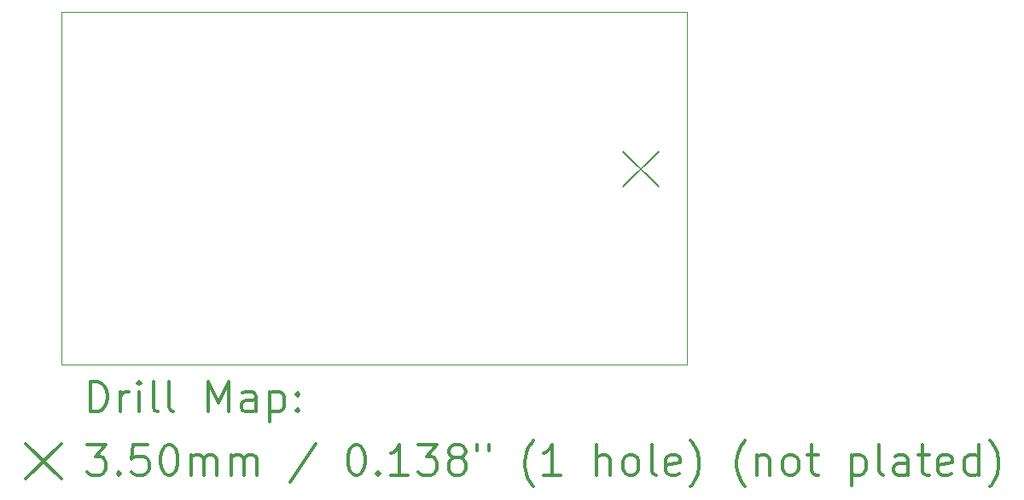
<source format=gbr>
%FSLAX45Y45*%
G04 Gerber Fmt 4.5, Leading zero omitted, Abs format (unit mm)*
G04 Created by KiCad (PCBNEW 5.1.8-db9833491~88~ubuntu18.04.1) date 2020-12-20 18:35:07*
%MOMM*%
%LPD*%
G01*
G04 APERTURE LIST*
%TA.AperFunction,Profile*%
%ADD10C,0.100000*%
%TD*%
%ADD11C,0.200000*%
%ADD12C,0.300000*%
G04 APERTURE END LIST*
D10*
X17400000Y-8600000D02*
X17400000Y-12100000D01*
X11200000Y-8600000D02*
X17400000Y-8600000D01*
X11200000Y-12100000D02*
X11200000Y-8600000D01*
X17400000Y-12100000D02*
X11200000Y-12100000D01*
D11*
X16771640Y-9985000D02*
X17121640Y-10335000D01*
X17121640Y-9985000D02*
X16771640Y-10335000D01*
D12*
X11481428Y-12570714D02*
X11481428Y-12270714D01*
X11552857Y-12270714D01*
X11595714Y-12285000D01*
X11624286Y-12313571D01*
X11638571Y-12342143D01*
X11652857Y-12399286D01*
X11652857Y-12442143D01*
X11638571Y-12499286D01*
X11624286Y-12527857D01*
X11595714Y-12556429D01*
X11552857Y-12570714D01*
X11481428Y-12570714D01*
X11781428Y-12570714D02*
X11781428Y-12370714D01*
X11781428Y-12427857D02*
X11795714Y-12399286D01*
X11810000Y-12385000D01*
X11838571Y-12370714D01*
X11867143Y-12370714D01*
X11967143Y-12570714D02*
X11967143Y-12370714D01*
X11967143Y-12270714D02*
X11952857Y-12285000D01*
X11967143Y-12299286D01*
X11981428Y-12285000D01*
X11967143Y-12270714D01*
X11967143Y-12299286D01*
X12152857Y-12570714D02*
X12124286Y-12556429D01*
X12110000Y-12527857D01*
X12110000Y-12270714D01*
X12310000Y-12570714D02*
X12281428Y-12556429D01*
X12267143Y-12527857D01*
X12267143Y-12270714D01*
X12652857Y-12570714D02*
X12652857Y-12270714D01*
X12752857Y-12485000D01*
X12852857Y-12270714D01*
X12852857Y-12570714D01*
X13124286Y-12570714D02*
X13124286Y-12413571D01*
X13110000Y-12385000D01*
X13081428Y-12370714D01*
X13024286Y-12370714D01*
X12995714Y-12385000D01*
X13124286Y-12556429D02*
X13095714Y-12570714D01*
X13024286Y-12570714D01*
X12995714Y-12556429D01*
X12981428Y-12527857D01*
X12981428Y-12499286D01*
X12995714Y-12470714D01*
X13024286Y-12456429D01*
X13095714Y-12456429D01*
X13124286Y-12442143D01*
X13267143Y-12370714D02*
X13267143Y-12670714D01*
X13267143Y-12385000D02*
X13295714Y-12370714D01*
X13352857Y-12370714D01*
X13381428Y-12385000D01*
X13395714Y-12399286D01*
X13410000Y-12427857D01*
X13410000Y-12513571D01*
X13395714Y-12542143D01*
X13381428Y-12556429D01*
X13352857Y-12570714D01*
X13295714Y-12570714D01*
X13267143Y-12556429D01*
X13538571Y-12542143D02*
X13552857Y-12556429D01*
X13538571Y-12570714D01*
X13524286Y-12556429D01*
X13538571Y-12542143D01*
X13538571Y-12570714D01*
X13538571Y-12385000D02*
X13552857Y-12399286D01*
X13538571Y-12413571D01*
X13524286Y-12399286D01*
X13538571Y-12385000D01*
X13538571Y-12413571D01*
X10845000Y-12890000D02*
X11195000Y-13240000D01*
X11195000Y-12890000D02*
X10845000Y-13240000D01*
X11452857Y-12900714D02*
X11638571Y-12900714D01*
X11538571Y-13015000D01*
X11581428Y-13015000D01*
X11610000Y-13029286D01*
X11624286Y-13043571D01*
X11638571Y-13072143D01*
X11638571Y-13143571D01*
X11624286Y-13172143D01*
X11610000Y-13186429D01*
X11581428Y-13200714D01*
X11495714Y-13200714D01*
X11467143Y-13186429D01*
X11452857Y-13172143D01*
X11767143Y-13172143D02*
X11781428Y-13186429D01*
X11767143Y-13200714D01*
X11752857Y-13186429D01*
X11767143Y-13172143D01*
X11767143Y-13200714D01*
X12052857Y-12900714D02*
X11910000Y-12900714D01*
X11895714Y-13043571D01*
X11910000Y-13029286D01*
X11938571Y-13015000D01*
X12010000Y-13015000D01*
X12038571Y-13029286D01*
X12052857Y-13043571D01*
X12067143Y-13072143D01*
X12067143Y-13143571D01*
X12052857Y-13172143D01*
X12038571Y-13186429D01*
X12010000Y-13200714D01*
X11938571Y-13200714D01*
X11910000Y-13186429D01*
X11895714Y-13172143D01*
X12252857Y-12900714D02*
X12281428Y-12900714D01*
X12310000Y-12915000D01*
X12324286Y-12929286D01*
X12338571Y-12957857D01*
X12352857Y-13015000D01*
X12352857Y-13086429D01*
X12338571Y-13143571D01*
X12324286Y-13172143D01*
X12310000Y-13186429D01*
X12281428Y-13200714D01*
X12252857Y-13200714D01*
X12224286Y-13186429D01*
X12210000Y-13172143D01*
X12195714Y-13143571D01*
X12181428Y-13086429D01*
X12181428Y-13015000D01*
X12195714Y-12957857D01*
X12210000Y-12929286D01*
X12224286Y-12915000D01*
X12252857Y-12900714D01*
X12481428Y-13200714D02*
X12481428Y-13000714D01*
X12481428Y-13029286D02*
X12495714Y-13015000D01*
X12524286Y-13000714D01*
X12567143Y-13000714D01*
X12595714Y-13015000D01*
X12610000Y-13043571D01*
X12610000Y-13200714D01*
X12610000Y-13043571D02*
X12624286Y-13015000D01*
X12652857Y-13000714D01*
X12695714Y-13000714D01*
X12724286Y-13015000D01*
X12738571Y-13043571D01*
X12738571Y-13200714D01*
X12881428Y-13200714D02*
X12881428Y-13000714D01*
X12881428Y-13029286D02*
X12895714Y-13015000D01*
X12924286Y-13000714D01*
X12967143Y-13000714D01*
X12995714Y-13015000D01*
X13010000Y-13043571D01*
X13010000Y-13200714D01*
X13010000Y-13043571D02*
X13024286Y-13015000D01*
X13052857Y-13000714D01*
X13095714Y-13000714D01*
X13124286Y-13015000D01*
X13138571Y-13043571D01*
X13138571Y-13200714D01*
X13724286Y-12886429D02*
X13467143Y-13272143D01*
X14110000Y-12900714D02*
X14138571Y-12900714D01*
X14167143Y-12915000D01*
X14181428Y-12929286D01*
X14195714Y-12957857D01*
X14210000Y-13015000D01*
X14210000Y-13086429D01*
X14195714Y-13143571D01*
X14181428Y-13172143D01*
X14167143Y-13186429D01*
X14138571Y-13200714D01*
X14110000Y-13200714D01*
X14081428Y-13186429D01*
X14067143Y-13172143D01*
X14052857Y-13143571D01*
X14038571Y-13086429D01*
X14038571Y-13015000D01*
X14052857Y-12957857D01*
X14067143Y-12929286D01*
X14081428Y-12915000D01*
X14110000Y-12900714D01*
X14338571Y-13172143D02*
X14352857Y-13186429D01*
X14338571Y-13200714D01*
X14324286Y-13186429D01*
X14338571Y-13172143D01*
X14338571Y-13200714D01*
X14638571Y-13200714D02*
X14467143Y-13200714D01*
X14552857Y-13200714D02*
X14552857Y-12900714D01*
X14524286Y-12943571D01*
X14495714Y-12972143D01*
X14467143Y-12986429D01*
X14738571Y-12900714D02*
X14924286Y-12900714D01*
X14824286Y-13015000D01*
X14867143Y-13015000D01*
X14895714Y-13029286D01*
X14910000Y-13043571D01*
X14924286Y-13072143D01*
X14924286Y-13143571D01*
X14910000Y-13172143D01*
X14895714Y-13186429D01*
X14867143Y-13200714D01*
X14781428Y-13200714D01*
X14752857Y-13186429D01*
X14738571Y-13172143D01*
X15095714Y-13029286D02*
X15067143Y-13015000D01*
X15052857Y-13000714D01*
X15038571Y-12972143D01*
X15038571Y-12957857D01*
X15052857Y-12929286D01*
X15067143Y-12915000D01*
X15095714Y-12900714D01*
X15152857Y-12900714D01*
X15181428Y-12915000D01*
X15195714Y-12929286D01*
X15210000Y-12957857D01*
X15210000Y-12972143D01*
X15195714Y-13000714D01*
X15181428Y-13015000D01*
X15152857Y-13029286D01*
X15095714Y-13029286D01*
X15067143Y-13043571D01*
X15052857Y-13057857D01*
X15038571Y-13086429D01*
X15038571Y-13143571D01*
X15052857Y-13172143D01*
X15067143Y-13186429D01*
X15095714Y-13200714D01*
X15152857Y-13200714D01*
X15181428Y-13186429D01*
X15195714Y-13172143D01*
X15210000Y-13143571D01*
X15210000Y-13086429D01*
X15195714Y-13057857D01*
X15181428Y-13043571D01*
X15152857Y-13029286D01*
X15324286Y-12900714D02*
X15324286Y-12957857D01*
X15438571Y-12900714D02*
X15438571Y-12957857D01*
X15881428Y-13315000D02*
X15867143Y-13300714D01*
X15838571Y-13257857D01*
X15824286Y-13229286D01*
X15810000Y-13186429D01*
X15795714Y-13115000D01*
X15795714Y-13057857D01*
X15810000Y-12986429D01*
X15824286Y-12943571D01*
X15838571Y-12915000D01*
X15867143Y-12872143D01*
X15881428Y-12857857D01*
X16152857Y-13200714D02*
X15981428Y-13200714D01*
X16067143Y-13200714D02*
X16067143Y-12900714D01*
X16038571Y-12943571D01*
X16010000Y-12972143D01*
X15981428Y-12986429D01*
X16510000Y-13200714D02*
X16510000Y-12900714D01*
X16638571Y-13200714D02*
X16638571Y-13043571D01*
X16624286Y-13015000D01*
X16595714Y-13000714D01*
X16552857Y-13000714D01*
X16524286Y-13015000D01*
X16510000Y-13029286D01*
X16824286Y-13200714D02*
X16795714Y-13186429D01*
X16781428Y-13172143D01*
X16767143Y-13143571D01*
X16767143Y-13057857D01*
X16781428Y-13029286D01*
X16795714Y-13015000D01*
X16824286Y-13000714D01*
X16867143Y-13000714D01*
X16895714Y-13015000D01*
X16910000Y-13029286D01*
X16924286Y-13057857D01*
X16924286Y-13143571D01*
X16910000Y-13172143D01*
X16895714Y-13186429D01*
X16867143Y-13200714D01*
X16824286Y-13200714D01*
X17095714Y-13200714D02*
X17067143Y-13186429D01*
X17052857Y-13157857D01*
X17052857Y-12900714D01*
X17324286Y-13186429D02*
X17295714Y-13200714D01*
X17238571Y-13200714D01*
X17210000Y-13186429D01*
X17195714Y-13157857D01*
X17195714Y-13043571D01*
X17210000Y-13015000D01*
X17238571Y-13000714D01*
X17295714Y-13000714D01*
X17324286Y-13015000D01*
X17338571Y-13043571D01*
X17338571Y-13072143D01*
X17195714Y-13100714D01*
X17438571Y-13315000D02*
X17452857Y-13300714D01*
X17481428Y-13257857D01*
X17495714Y-13229286D01*
X17510000Y-13186429D01*
X17524286Y-13115000D01*
X17524286Y-13057857D01*
X17510000Y-12986429D01*
X17495714Y-12943571D01*
X17481428Y-12915000D01*
X17452857Y-12872143D01*
X17438571Y-12857857D01*
X17981428Y-13315000D02*
X17967143Y-13300714D01*
X17938571Y-13257857D01*
X17924286Y-13229286D01*
X17910000Y-13186429D01*
X17895714Y-13115000D01*
X17895714Y-13057857D01*
X17910000Y-12986429D01*
X17924286Y-12943571D01*
X17938571Y-12915000D01*
X17967143Y-12872143D01*
X17981428Y-12857857D01*
X18095714Y-13000714D02*
X18095714Y-13200714D01*
X18095714Y-13029286D02*
X18110000Y-13015000D01*
X18138571Y-13000714D01*
X18181428Y-13000714D01*
X18210000Y-13015000D01*
X18224286Y-13043571D01*
X18224286Y-13200714D01*
X18410000Y-13200714D02*
X18381428Y-13186429D01*
X18367143Y-13172143D01*
X18352857Y-13143571D01*
X18352857Y-13057857D01*
X18367143Y-13029286D01*
X18381428Y-13015000D01*
X18410000Y-13000714D01*
X18452857Y-13000714D01*
X18481428Y-13015000D01*
X18495714Y-13029286D01*
X18510000Y-13057857D01*
X18510000Y-13143571D01*
X18495714Y-13172143D01*
X18481428Y-13186429D01*
X18452857Y-13200714D01*
X18410000Y-13200714D01*
X18595714Y-13000714D02*
X18710000Y-13000714D01*
X18638571Y-12900714D02*
X18638571Y-13157857D01*
X18652857Y-13186429D01*
X18681428Y-13200714D01*
X18710000Y-13200714D01*
X19038571Y-13000714D02*
X19038571Y-13300714D01*
X19038571Y-13015000D02*
X19067143Y-13000714D01*
X19124286Y-13000714D01*
X19152857Y-13015000D01*
X19167143Y-13029286D01*
X19181428Y-13057857D01*
X19181428Y-13143571D01*
X19167143Y-13172143D01*
X19152857Y-13186429D01*
X19124286Y-13200714D01*
X19067143Y-13200714D01*
X19038571Y-13186429D01*
X19352857Y-13200714D02*
X19324286Y-13186429D01*
X19310000Y-13157857D01*
X19310000Y-12900714D01*
X19595714Y-13200714D02*
X19595714Y-13043571D01*
X19581428Y-13015000D01*
X19552857Y-13000714D01*
X19495714Y-13000714D01*
X19467143Y-13015000D01*
X19595714Y-13186429D02*
X19567143Y-13200714D01*
X19495714Y-13200714D01*
X19467143Y-13186429D01*
X19452857Y-13157857D01*
X19452857Y-13129286D01*
X19467143Y-13100714D01*
X19495714Y-13086429D01*
X19567143Y-13086429D01*
X19595714Y-13072143D01*
X19695714Y-13000714D02*
X19810000Y-13000714D01*
X19738571Y-12900714D02*
X19738571Y-13157857D01*
X19752857Y-13186429D01*
X19781428Y-13200714D01*
X19810000Y-13200714D01*
X20024286Y-13186429D02*
X19995714Y-13200714D01*
X19938571Y-13200714D01*
X19910000Y-13186429D01*
X19895714Y-13157857D01*
X19895714Y-13043571D01*
X19910000Y-13015000D01*
X19938571Y-13000714D01*
X19995714Y-13000714D01*
X20024286Y-13015000D01*
X20038571Y-13043571D01*
X20038571Y-13072143D01*
X19895714Y-13100714D01*
X20295714Y-13200714D02*
X20295714Y-12900714D01*
X20295714Y-13186429D02*
X20267143Y-13200714D01*
X20210000Y-13200714D01*
X20181428Y-13186429D01*
X20167143Y-13172143D01*
X20152857Y-13143571D01*
X20152857Y-13057857D01*
X20167143Y-13029286D01*
X20181428Y-13015000D01*
X20210000Y-13000714D01*
X20267143Y-13000714D01*
X20295714Y-13015000D01*
X20410000Y-13315000D02*
X20424286Y-13300714D01*
X20452857Y-13257857D01*
X20467143Y-13229286D01*
X20481428Y-13186429D01*
X20495714Y-13115000D01*
X20495714Y-13057857D01*
X20481428Y-12986429D01*
X20467143Y-12943571D01*
X20452857Y-12915000D01*
X20424286Y-12872143D01*
X20410000Y-12857857D01*
M02*

</source>
